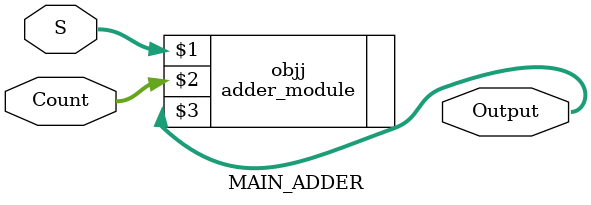
<source format=v>
`timescale 1ns / 1ps


module MAIN_ADDER(
    input [6:0] S,
    input [6:0] Count,
    output [6:0] Output
    );
    adder_module objj(S, Count, Output);
endmodule

</source>
